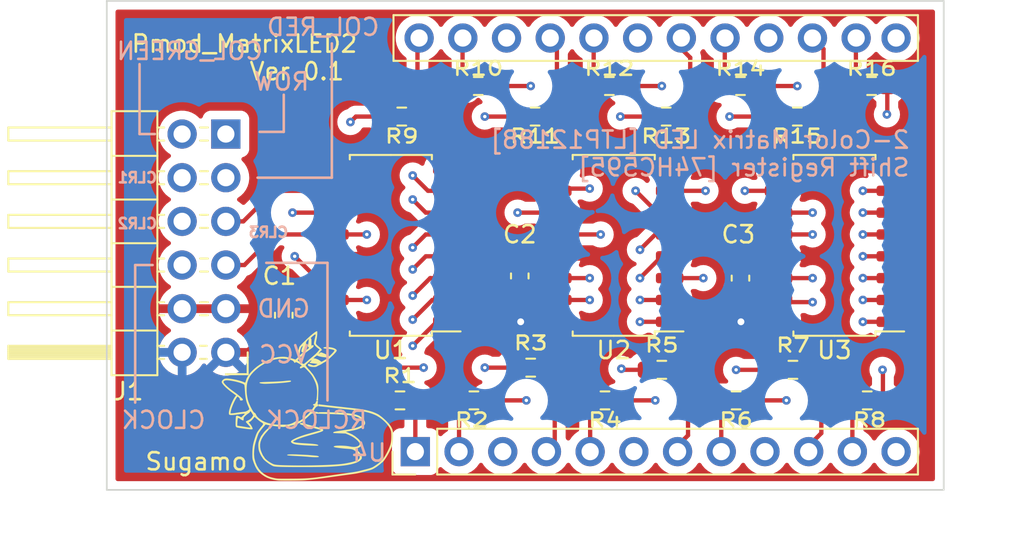
<source format=kicad_pcb>
(kicad_pcb (version 20211014) (generator pcbnew)
  (layers (0 "F.Cu" signal) (1 "In1.Cu" signal) (2 "In2.Cu" signal) (3 "In3.Cu" signal) (4 "In4.Cu" signal) (31 "B.Cu" signal) (34 "B.Paste" user) (35 "F.Paste" user) (36 "B.SilkS" user "B.Silkscreen") (37 "F.SilkS" user "F.Silkscreen") (38 "B.Mask" user) (39 "F.Mask" user) (44 "Edge.Cuts" user))
  (net 0 "")
  (net 1 "GND")
  (net 2 "VCC")
  (net 3 "/SER_Row")
  (net 4 "Net-(J1-Pad2)")
  (net 5 "Net-(J1-Pad4)")
  (net 6 "Net-(J1-Pad5)")
  (net 7 "Net-(J1-Pad6)")
  (net 8 "/SER_Red")
  (net 9 "Net-(R1-Pad1)")
  (net 10 "/COL5G")
  (net 11 "Net-(R2-Pad1)")
  (net 12 "/COL5R")
  (net 13 "Net-(R3-Pad1)")
  (net 14 "/COL6G")
  (net 15 "Net-(R4-Pad1)")
  (net 16 "/COL6R")
  (net 17 "Net-(R5-Pad1)")
  (net 18 "/COL7G")
  (net 19 "Net-(R6-Pad1)")
  (net 20 "/COL7R")
  (net 21 "Net-(R7-Pad1)")
  (net 22 "/COL8G")
  (net 23 "Net-(R8-Pad1)")
  (net 24 "/COL8R")
  (net 25 "/COL1G")
  (net 26 "Net-(R9-Pad2)")
  (net 27 "/COL1R")
  (net 28 "Net-(R10-Pad2)")
  (net 29 "/COL2G")
  (net 30 "Net-(R11-Pad2)")
  (net 31 "/COL2R")
  (net 32 "Net-(R12-Pad2)")
  (net 33 "/COL3G")
  (net 34 "Net-(R13-Pad2)")
  (net 35 "/COL3R")
  (net 36 "Net-(R14-Pad2)")
  (net 37 "/COL4G")
  (net 38 "Net-(R15-Pad2)")
  (net 39 "/COL4R")
  (net 40 "Net-(R16-Pad2)")
  (net 41 "/ROW2")
  (net 42 "/ROW3")
  (net 43 "/ROW4")
  (net 44 "/ROW5")
  (net 45 "/ROW6")
  (net 46 "/ROW7")
  (net 47 "/ROW8")
  (net 49 "/ROW1")
  (net 52 "/RCLK")
  (net 53 "/CLK")
  (footprint "Resistor_SMD:R_0603_1608Metric_Pad0.98x0.95mm_HandSolder" (layer "F.Cu") (at 129.54 90.551)
    (fp_text reference "R12" (at 0 -1.016) (layer "F.SilkS") (effects (font (size 0.8 1))))
    (fp_text value "22" hide)
    (pad "1" smd roundrect (at -0.9125 0) (size 0.975 0.95) (layers "F.Cu" "F.Paste" "F.Mask") (net 31 "/COL2R"))
    (pad "2" smd roundrect (at 0.9125 0) (size 0.975 0.95) (layers "F.Cu" "F.Paste" "F.Mask") (net 32 "Net-(R12-Pad2)"))
  )
  (footprint "Resistor_SMD:R_0603_1608Metric_Pad0.98x0.95mm_HandSolder" (layer "F.Cu") (at 136.906 108.839 180)
    (fp_text reference "R6" (at 0 -1.143) (layer "F.SilkS") (effects (font (size 0.8 1))))
    (fp_text value "22" hide)
    (pad "1" smd roundrect (at -0.9125 0 180) (size 0.975 0.95) (layers "F.Cu" "F.Paste" "F.Mask") (net 19 "Net-(R6-Pad1)"))
    (pad "2" smd roundrect (at 0.9125 0 180) (size 0.975 0.95) (layers "F.Cu" "F.Paste" "F.Mask") (net 20 "/COL7R"))
  )
  (footprint "Package_SO:SOP-16_4.55x10.3mm_P1.27mm" (layer "F.Cu") (at 116.84 99.822 180)
    (fp_text reference "U1" (at 0 -6.1) (layer "F.SilkS"))
    (fp_text value "74HC595")
    (pad "1" smd roundrect (at -3.25 -4.445 180) (size 1.6 0.6) (layers "F.Cu" "F.Paste" "F.Mask") (net 41 "/ROW2"))
    (pad "2" smd roundrect (at -3.25 -3.175 180) (size 1.6 0.6) (layers "F.Cu" "F.Paste" "F.Mask") (net 42 "/ROW3"))
    (pad "3" smd roundrect (at -3.25 -1.905 180) (size 1.6 0.6) (layers "F.Cu" "F.Paste" "F.Mask") (net 43 "/ROW4"))
    (pad "4" smd roundrect (at -3.25 -0.635 180) (size 1.6 0.6) (layers "F.Cu" "F.Paste" "F.Mask") (net 44 "/ROW5"))
    (pad "5" smd roundrect (at -3.25 0.635 180) (size 1.6 0.6) (layers "F.Cu" "F.Paste" "F.Mask") (net 45 "/ROW6"))
    (pad "6" smd roundrect (at -3.25 1.905 180) (size 1.6 0.6) (layers "F.Cu" "F.Paste" "F.Mask") (net 46 "/ROW7"))
    (pad "7" smd roundrect (at -3.25 3.175 180) (size 1.6 0.6) (layers "F.Cu" "F.Paste" "F.Mask") (net 47 "/ROW8"))
    (pad "8" smd roundrect (at -3.25 4.445 180) (size 1.6 0.6) (layers "F.Cu" "F.Paste" "F.Mask") (net 1 "GND"))
    (pad "9" smd roundrect (at 3.25 4.445 180) (size 1.6 0.6) (layers "F.Cu" "F.Paste" "F.Mask"))
    (pad "10" smd roundrect (at 3.25 3.175 180) (size 1.6 0.6) (layers "F.Cu" "F.Paste" "F.Mask") (net 6 "Net-(J1-Pad5)"))
    (pad "11" smd roundrect (at 3.25 1.905 180) (size 1.6 0.6) (layers "F.Cu" "F.Paste" "F.Mask") (net 53 "/CLK"))
    (pad "12" smd roundrect (at 3.25 0.635 180) (size 1.6 0.6) (layers "F.Cu" "F.Paste" "F.Mask") (net 52 "/RCLK"))
    (pad "13" smd roundrect (at 3.25 -0.635 180) (size 1.6 0.6) (layers "F.Cu" "F.Paste" "F.Mask") (net 1 "GND"))
    (pad "14" smd roundrect (at 3.25 -1.905 180) (size 1.6 0.6) (layers "F.Cu" "F.Paste" "F.Mask") (net 3 "/SER_Row"))
    (pad "15" smd roundrect (at 3.25 -3.175 180) (size 1.6 0.6) (layers "F.Cu" "F.Paste" "F.Mask") (net 49 "/ROW1"))
    (pad "16" smd roundrect (at 3.25 -4.445 180) (size 1.6 0.6) (layers "F.Cu" "F.Paste" "F.Mask") (net 2 "VCC"))
  )
  (footprint "Library:LTP12188" (layer "F.Cu") (at 118.2635 111.76 90)
    (fp_text reference "U4" (at -0.127 -2.6935 180) (layer "B.SilkS") (effects (justify mirror)))
    (fp_text value "LTP12188M")
    (pad "1" thru_hole rect (at -0.06 0 90) (size 1.7 1.7) (drill 1) (layers *.Mask "F.Cu" "In1.Cu" "B.Cu") (net 10 "/COL5G"))
    (pad "2" thru_hole oval (at -0.06 2.54 90) (size 1.7 1.7) (drill 1) (layers *.Mask "F.Cu" "In1.Cu" "B.Cu") (net 12 "/COL5R"))
    (pad "3" thru_hole oval (at -0.06 5.08 90) (size 1.7 1.7) (drill 1) (layers *.Mask "F.Cu" "In1.Cu" "B.Cu") (net 44 "/ROW5"))
    (pad "4" thru_hole oval (at -0.06 7.62 90) (size 1.7 1.7) (drill 1) (layers *.Mask "F.Cu" "In1.Cu" "B.Cu") (net 14 "/COL6G"))
    (pad "5" thru_hole oval (at -0.06 10.16 90) (size 1.7 1.7) (drill 1) (layers *.Mask "F.Cu" "In1.Cu" "B.Cu") (net 16 "/COL6R"))
    (pad "6" thru_hole oval (at -0.06 12.7 90) (size 1.7 1.7) (drill 1) (layers *.Mask "F.Cu" "In1.Cu" "B.Cu") (net 45 "/ROW6"))
    (pad "7" thru_hole oval (at -0.06 15.24 90) (size 1.7 1.7) (drill 1) (layers *.Mask "F.Cu" "In1.Cu" "B.Cu") (net 18 "/COL7G"))
    (pad "8" thru_hole oval (at -0.06 17.78 90) (size 1.7 1.7) (drill 1) (layers *.Mask "F.Cu" "In1.Cu" "B.Cu") (net 20 "/COL7R"))
    (pad "9" thru_hole oval (at -0.06 20.32 90) (size 1.7 1.7) (drill 1) (layers *.Mask "F.Cu" "In1.Cu" "B.Cu") (net 46 "/ROW7"))
    (pad "10" thru_hole oval (at -0.06 22.86 90) (size 1.7 1.7) (drill 1) (layers *.Mask "F.Cu" "In1.Cu" "B.Cu") (net 22 "/COL8G"))
    (pad "11" thru_hole oval (at -0.06 25.4 90) (size 1.7 1.7) (drill 1) (layers *.Mask "F.Cu" "In1.Cu" "B.Cu") (net 24 "/COL8R"))
    (pad "12" thru_hole oval (at -0.06 27.94 90) (size 1.7 1.7) (drill 1) (layers *.Cu *.Mask) (net 47 "/ROW8"))
    (pad "13" thru_hole oval (at 24 27.94 90) (size 1.7 1.7) (drill 1) (layers *.Cu *.Mask) (net 43 "/ROW4"))
    (pad "14" thru_hole oval (at 24 25.62 90) (size 1.7 1.7) (drill 1) (layers *.Cu *.Mask) (net 39 "/COL4R"))
    (pad "15" thru_hole oval (at 24 23.08 90) (size 1.7 1.7) (drill 1) (layers *.Cu *.Mask) (net 37 "/COL4G"))
    (pad "16" thru_hole oval (at 24 20.54 90) (size 1.7 1.7) (drill 1) (layers *.Cu *.Mask) (net 42 "/ROW3"))
    (pad "17" thru_hole oval (at 24 18 90) (size 1.7 1.7) (drill 1) (layers *.Cu *.Mask) (net 35 "/COL3R"))
    (pad "18" thru_hole oval (at 24 15.46 90) (size 1.7 1.7) (drill 1) (layers *.Cu *.Mask) (net 33 "/COL3G"))
    (pad "19" thru_hole oval (at 24 12.92 90) (size 1.7 1.7) (drill 1) (layers *.Cu *.Mask) (net 41 "/ROW2"))
    (pad "20" thru_hole oval (at 24 10.38 90) (size 1.7 1.7) (drill 1) (layers *.Cu *.Mask) (net 31 "/COL2R"))
    (pad "21" thru_hole oval (at 24 7.84 90) (size 1.7 1.7) (drill 1) (layers *.Cu *.Mask) (net 29 "/COL2G"))
    (pad "22" thru_hole oval (at 24 5.3 90) (size 1.7 1.7) (drill 1) (layers *.Cu *.Mask) (net 49 "/ROW1"))
    (pad "23" thru_hole oval (at 24 2.76 90) (size 1.7 1.7) (drill 1) (layers *.Cu *.Mask) (net 27 "/COL1R"))
    (pad "24" thru_hole circle (at 24 0.22 90) (size 1.7 1.7) (drill 1) (layers *.Cu *.Mask) (net 25 "/COL1G"))
  )
  (footprint "Library:logo_kamo_ss" (layer "F.Cu") (at 111.887 109.22)
    (fp_text reference "G***" hide)
    (fp_text value "LOGO" hide)
  )
  (footprint "Resistor_SMD:R_0603_1608Metric_Pad0.98x0.95mm_HandSolder" (layer "F.Cu") (at 132.588 107.061)
    (fp_text reference "R5" (at 0 -1.43) (layer "F.SilkS") (effects (font (size 0.8 1))))
    (fp_text value "22" hide)
    (pad "1" smd roundrect (at -0.9125 0) (size 0.975 0.95) (layers "F.Cu" "F.Paste" "F.Mask") (net 17 "Net-(R5-Pad1)"))
    (pad "2" smd roundrect (at 0.9125 0) (size 0.975 0.95) (layers "F.Cu" "F.Paste" "F.Mask") (net 18 "/COL7G"))
  )
  (footprint "Resistor_SMD:R_0603_1608Metric_Pad0.98x0.95mm_HandSolder" (layer "F.Cu") (at 121.92 90.551)
    (fp_text reference "R10" (at 0 -1.016) (layer "F.SilkS") (effects (font (size 0.8 1))))
    (fp_text value "22" hide)
    (pad "1" smd roundrect (at -0.9125 0) (size 0.975 0.95) (layers "F.Cu" "F.Paste" "F.Mask") (net 27 "/COL1R"))
    (pad "2" smd roundrect (at 0.9125 0) (size 0.975 0.95) (layers "F.Cu" "F.Paste" "F.Mask") (net 28 "Net-(R10-Pad2)"))
  )
  (footprint "Resistor_SMD:R_0603_1608Metric_Pad0.98x0.95mm_HandSolder" (layer "F.Cu") (at 137.16 90.551)
    (fp_text reference "R14" (at 0 -1.016) (layer "F.SilkS") (effects (font (size 0.8 1))))
    (fp_text value "22" hide)
    (pad "1" smd roundrect (at -0.9125 0) (size 0.975 0.95) (layers "F.Cu" "F.Paste" "F.Mask") (net 35 "/COL3R"))
    (pad "2" smd roundrect (at 0.9125 0) (size 0.975 0.95) (layers "F.Cu" "F.Paste" "F.Mask") (net 36 "Net-(R14-Pad2)"))
  )
  (footprint "Resistor_SMD:R_0603_1608Metric_Pad0.98x0.95mm_HandSolder" (layer "F.Cu") (at 129.286 108.839 180)
    (fp_text reference "R4" (at 0 -1.143) (layer "F.SilkS") (effects (font (size 0.8 1))))
    (fp_text value "22" hide)
    (pad "1" smd roundrect (at -0.9125 0 180) (size 0.975 0.95) (layers "F.Cu" "F.Paste" "F.Mask") (net 15 "Net-(R4-Pad1)"))
    (pad "2" smd roundrect (at 0.9125 0 180) (size 0.975 0.95) (layers "F.Cu" "F.Paste" "F.Mask") (net 16 "/COL6R"))
  )
  (footprint "Capacitor_SMD:C_0603_1608Metric_Pad1.08x0.95mm_HandSolder" (layer "F.Cu") (at 110.617 103.886 -90)
    (fp_text reference "C1" (at -2.286 0.254) (layer "F.SilkS"))
    (fp_text value "C")
    (pad "1" smd roundrect (at -0.8625 0 270) (size 1.075 0.95) (layers "F.Cu" "F.Paste" "F.Mask") (net 1 "GND"))
    (pad "2" smd roundrect (at 0.8625 0 270) (size 1.075 0.95) (layers "F.Cu" "F.Paste" "F.Mask") (net 2 "VCC"))
  )
  (footprint "Resistor_SMD:R_0603_1608Metric_Pad0.98x0.95mm_HandSolder" (layer "F.Cu") (at 117.3715 108.839)
    (fp_text reference "R1" (at 0 -1.43) (layer "F.SilkS") (effects (font (size 0.8 1))))
    (fp_text value "22" hide)
    (pad "1" smd roundrect (at -0.9125 0) (size 0.975 0.95) (layers "F.Cu" "F.Paste" "F.Mask") (net 9 "Net-(R1-Pad1)"))
    (pad "2" smd roundrect (at 0.9125 0) (size 0.975 0.95) (layers "F.Cu" "F.Paste" "F.Mask") (net 10 "/COL5G"))
  )
  (footprint "Package_SO:SOP-16_4.55x10.3mm_P1.27mm" (layer "F.Cu") (at 142.621 99.822 180)
    (fp_text reference "U3" (at 0 -6.1) (layer "F.SilkS"))
    (fp_text value "74HC595")
    (pad "1" smd roundrect (at -3.25 -4.445 180) (size 1.6 0.6) (layers "F.Cu" "F.Paste" "F.Mask") (net 32 "Net-(R12-Pad2)"))
    (pad "2" smd roundrect (at -3.25 -3.175 180) (size 1.6 0.6) (layers "F.Cu" "F.Paste" "F.Mask") (net 36 "Net-(R14-Pad2)"))
    (pad "3" smd roundrect (at -3.25 -1.905 180) (size 1.6 0.6) (layers "F.Cu" "F.Paste" "F.Mask") (net 40 "Net-(R16-Pad2)"))
    (pad "4" smd roundrect (at -3.25 -0.635 180) (size 1.6 0.6) (layers "F.Cu" "F.Paste" "F.Mask") (net 11 "Net-(R2-Pad1)"))
    (pad "5" smd roundrect (at -3.25 0.635 180) (size 1.6 0.6) (layers "F.Cu" "F.Paste" "F.Mask") (net 15 "Net-(R4-Pad1)"))
    (pad "6" smd roundrect (at -3.25 1.905 180) (size 1.6 0.6) (layers "F.Cu" "F.Paste" "F.Mask") (net 19 "Net-(R6-Pad1)"))
    (pad "7" smd roundrect (at -3.25 3.175 180) (size 1.6 0.6) (layers "F.Cu" "F.Paste" "F.Mask") (net 23 "Net-(R8-Pad1)"))
    (pad "8" smd roundrect (at -3.25 4.445 180) (size 1.6 0.6) (layers "F.Cu" "F.Paste" "F.Mask") (net 1 "GND"))
    (pad "9" smd roundrect (at 3.25 4.445 180) (size 1.6 0.6) (layers "F.Cu" "F.Paste" "F.Mask"))
    (pad "10" smd roundrect (at 3.25 3.175 180) (size 1.6 0.6) (layers "F.Cu" "F.Paste" "F.Mask") (net 7 "Net-(J1-Pad6)"))
    (pad "11" smd roundrect (at 3.25 1.905 180) (size 1.6 0.6) (layers "F.Cu" "F.Paste" "F.Mask") (net 53 "/CLK"))
    (pad "12" smd roundrect (at 3.25 0.635 180) (size 1.6 0.6) (layers "F.Cu" "F.Paste" "F.Mask") (net 52 "/RCLK"))
    (pad "13" smd roundrect (at 3.25 -0.635 180) (size 1.6 0.6) (layers "F.Cu" "F.Paste" "F.Mask") (net 1 "GND"))
    (pad "14" smd roundrect (at 3.25 -1.905 180) (size 1.6 0.6) (layers "F.Cu" "F.Paste" "F.Mask") (net 8 "/SER_Red"))
    (pad "15" smd roundrect (at 3.25 -3.175 180) (size 1.6 0.6) (layers "F.Cu" "F.Paste" "F.Mask") (net 28 "Net-(R10-Pad2)"))
    (pad "16" smd roundrect (at 3.25 -4.445 180) (size 1.6 0.6) (layers "F.Cu" "F.Paste" "F.Mask") (net 2 "VCC"))
  )
  (footprint "Connector_PinHeader_2.54mm:PinHeader_2x06_P2.54mm_Horizontal" (layer "F.Cu") (at 107.25 106.045 180)
    (fp_text reference "J1" (at 5.655 -2.27) (layer "F.SilkS"))
    (fp_text value "pmod")
    (pad "1" thru_hole rect (at 0 12.7 180) (size 1.7 1.7) (drill 1) (layers *.Cu *.Mask) (net 3 "/SER_Row"))
    (pad "2" thru_hole oval (at 2.54 12.7 180) (size 1.7 1.7) (drill 1) (layers *.Cu *.Mask) (net 4 "Net-(J1-Pad2)"))
    (pad "3" thru_hole oval (at 0 10.16 180) (size 1.7 1.7) (drill 1) (layers *.Cu *.Mask) (net 8 "/SER_Red"))
    (pad "4" thru_hole oval (at 2.54 10.16 180) (size 1.7 1.7) (drill 1) (layers *.Cu *.Mask) (net 5 "Net-(J1-Pad4)"))
    (pad "5" thru_hole oval (at 0 7.62 180) (size 1.7 1.7) (drill 1) (layers *.Cu *.Mask) (net 6 "Net-(J1-Pad5)"))
    (pad "6" thru_hole oval (at 2.54 7.62 180) (size 1.7 1.7) (drill 1) (layers *.Cu *.Mask) (net 7 "Net-(J1-Pad6)"))
    (pad "7" thru_hole oval (at 0 5.08 180) (size 1.7 1.7) (drill 1) (layers *.Cu *.Mask) (net 52 "/RCLK"))
    (pad "8" thru_hole oval (at 2.54 5.08 180) (size 1.7 1.7) (drill 1) (layers *.Cu *.Mask) (net 53 "/CLK"))
    (pad "9" thru_hole oval (at 0 2.54 180) (size 1.7 1.7) (drill 1) (layers *.Cu *.Mask) (net 1 "GND"))
    (pad "10" thru_hole oval (at 2.54 2.54 180) (size 1.7 1.7) (drill 1) (layers *.Cu *.Mask) (net 1 "GND"))
    (pad "11" thru_hole circle (at 0 0 180) (size 1.7 1.7) (drill 1) (layers *.Cu *.Mask) (net 2 "VCC"))
    (pad "12" thru_hole oval (at 2.54 0 180) (size 1.7 1.7) (drill 1) (layers *.Cu *.Mask) (net 2 "VCC"))
  )
  (footprint "Resistor_SMD:R_0603_1608Metric_Pad0.98x0.95mm_HandSolder" (layer "F.Cu") (at 125.222 92.329 180)
    (fp_text reference "R11" (at 0 -1.143) (layer "F.SilkS") (effects (font (size 0.8 1))))
    (fp_text value "22" hide)
    (pad "1" smd roundrect (at -0.9125 0 180) (size 0.975 0.95) (layers "F.Cu" "F.Paste" "F.Mask") (net 29 "/COL2G"))
    (pad "2" smd roundrect (at 0.9125 0 180) (size 0.975 0.95) (layers "F.Cu" "F.Paste" "F.Mask") (net 30 "Net-(R11-Pad2)"))
  )
  (footprint "Package_SO:SOP-16_4.55x10.3mm_P1.27mm" (layer "F.Cu") (at 129.794 99.822 180)
    (fp_text reference "U2" (at 0 -6.1) (layer "F.SilkS"))
    (fp_text value "74HC595")
    (pad "1" smd roundrect (at -3.25 -4.445 180) (size 1.6 0.6) (layers "F.Cu" "F.Paste" "F.Mask") (net 30 "Net-(R11-Pad2)"))
    (pad "2" smd roundrect (at -3.25 -3.175 180) (size 1.6 0.6) (layers "F.Cu" "F.Paste" "F.Mask") (net 34 "Net-(R13-Pad2)"))
    (pad "3" smd roundrect (at -3.25 -1.905 180) (size 1.6 0.6) (layers "F.Cu" "F.Paste" "F.Mask") (net 38 "Net-(R15-Pad2)"))
    (pad "4" smd roundrect (at -3.25 -0.635 180) (size 1.6 0.6) (layers "F.Cu" "F.Paste" "F.Mask") (net 9 "Net-(R1-Pad1)"))
    (pad "5" smd roundrect (at -3.25 0.635 180) (size 1.6 0.6) (layers "F.Cu" "F.Paste" "F.Mask") (net 13 "Net-(R3-Pad1)"))
    (pad "6" smd roundrect (at -3.25 1.905 180) (size 1.6 0.6) (layers "F.Cu" "F.Paste" "F.Mask") (net 17 "Net-(R5-Pad1)"))
    (pad "7" smd roundrect (at -3.25 3.175 180) (size 1.6 0.6) (layers "F.Cu" "F.Paste" "F.Mask") (net 21 "Net-(R7-Pad1)"))
    (pad "8" smd roundrect (at -3.25 4.445 180) (size 1.6 0.6) (layers "F.Cu" "F.Paste" "F.Mask") (net 1 "GND"))
    (pad "9" smd roundrect (at 3.25 4.445 180) (size 1.6 0.6) (layers "F.Cu" "F.Paste" "F.Mask"))
    (pad "10" smd roundrect (at 3.25 3.175 180) (size 1.6 0.6) (layers "F.Cu" "F.Paste" "F.Mask") (net 5 "Net-(J1-Pad4)"))
    (pad "11" smd roundrect (at 3.25 1.905 180) (size 1.6 0.6) (layers "F.Cu" "F.Paste" "F.Mask") (net 53 "/CLK"))
    (pad "12" smd roundrect (at 3.25 0.635 180) (size 1.6 0.6) (layers "F.Cu" "F.Paste" "F.Mask") (net 52 "/RCLK"))
    (pad "13" smd roundrect (at 3.25 -0.635 180) (size 1.6 0.6) (layers "F.Cu" "F.Paste" "F.Mask") (net 1 "GND"))
    (pad "14" smd roundrect (at 3.25 -1.905 180) (size 1.6 0.6) (layers "F.Cu" "F.Paste" "F.Mask") (net 4 "Net-(J1-Pad2)"))
    (pad "15" smd roundrect (at 3.25 -3.175 180) (size 1.6 0.6) (layers "F.Cu" "F.Paste" "F.Mask") (net 26 "Net-(R9-Pad2)"))
    (pad "16" smd roundrect (at 3.25 -4.445 180) (size 1.6 0.6) (layers "F.Cu" "F.Paste" "F.Mask") (net 2 "VCC"))
  )
  (footprint "Resistor_SMD:R_0603_1608Metric_Pad0.98x0.95mm_HandSolder" (layer "F.Cu") (at 117.475 92.329 180)
    (fp_text reference "R9" (at 0 -1.143) (layer "F.SilkS") (effects (font (size 0.8 1))))
    (fp_text value "22" hide)
    (pad "1" smd roundrect (at -0.9125 0 180) (size 0.975 0.95) (layers "F.Cu" "F.Paste" "F.Mask") (net 25 "/COL1G"))
    (pad "2" smd roundrect (at 0.9125 0 180) (size 0.975 0.95) (layers "F.Cu" "F.Paste" "F.Mask") (net 26 "Net-(R9-Pad2)"))
  )
  (footprint "Resistor_SMD:R_0603_1608Metric_Pad0.98x0.95mm_HandSolder" (layer "F.Cu") (at 124.968 106.934)
    (fp_text reference "R3" (at 0 -1.43) (layer "F.SilkS") (effects (font (size 0.8 1))))
    (fp_text value "22" hide)
    (pad "1" smd roundrect (at -0.9125 0) (size 0.975 0.95) (layers "F.Cu" "F.Paste" "F.Mask") (net 13 "Net-(R3-Pad1)"))
    (pad "2" smd roundrect (at 0.9125 0) (size 0.975 0.95) (layers "F.Cu" "F.Paste" "F.Mask") (net 14 "/COL6G"))
  )
  (footprint "Resistor_SMD:R_0603_1608Metric_Pad0.98x0.95mm_HandSolder" (layer "F.Cu") (at 140.462 92.329 180)
    (fp_text reference "R15" (at 0 -1.143) (layer "F.SilkS") (effects (font (size 0.8 1))))
    (fp_text value "22" hide)
    (pad "1" smd roundrect (at -0.9125 0 180) (size 0.975 0.95) (layers "F.Cu" "F.Paste" "F.Mask") (net 37 "/COL4G"))
    (pad "2" smd roundrect (at 0.9125 0 180) (size 0.975 0.95) (layers "F.Cu" "F.Paste" "F.Mask") (net 38 "Net-(R15-Pad2)"))
  )
  (footprint "Resistor_SMD:R_0603_1608Metric_Pad0.98x0.95mm_HandSolder" (layer "F.Cu") (at 132.842 92.329 180)
    (fp_text reference "R13" (at 0 -1.143) (layer "F.SilkS") (effects (font (size 0.8 1))))
    (fp_text value "22" hide)
    (pad "1" smd roundrect (at -0.9125 0 180) (size 0.975 0.95) (layers "F.Cu" "F.Paste" "F.Mask") (net 33 "/COL3G"))
    (pad "2" smd roundrect (at 0.9125 0 180) (size 0.975 0.95) (layers "F.Cu" "F.Paste" "F.Mask") (net 34 "Net-(R13-Pad2)"))
  )
  (footprint "Resistor_SMD:R_0603_1608Metric_Pad0.98x0.95mm_HandSolder" (layer "F.Cu") (at 140.208 107.061)
    (fp_text reference "R7" (at 0 -1.43) (layer "F.SilkS") (effects (font (size 0.8 1))))
    (fp_text value "22" hide)
    (pad "1" smd roundrect (at -0.9125 0) (size 0.975 0.95) (layers "F.Cu" "F.Paste" "F.Mask") (net 21 "Net-(R7-Pad1)"))
    (pad "2" smd roundrect (at 0.9125 0) (size 0.975 0.95) (layers "F.Cu" "F.Paste" "F.Mask") (net 22 "/COL8G"))
  )
  (footprint "Capacitor_SMD:C_0603_1608Metric_Pad1.08x0.95mm_HandSolder" (layer "F.Cu") (at 137.16 101.727 -90)
    (fp_text reference "C3" (at -2.54 0.127 180) (layer "F.SilkS"))
    (fp_text value "C")
    (pad "1" smd roundrect (at -0.8625 0 270) (size 1.075 0.95) (layers "F.Cu" "F.Paste" "F.Mask") (net 1 "GND"))
    (pad "2" smd roundrect (at 0.8625 0 270) (size 1.075 0.95) (layers "F.Cu" "F.Paste" "F.Mask") (net 2 "VCC"))
  )
  (footprint "Resistor_SMD:R_0603_1608Metric_Pad0.98x0.95mm_HandSolder" (layer "F.Cu") (at 121.666 108.839 180)
    (fp_text reference "R2" (at 0.127 -1.143) (layer "F.SilkS") (effects (font (size 0.8 1))))
    (fp_text value "22" hide)
    (pad "1" smd roundrect (at -0.9125 0 180) (size 0.975 0.95) (layers "F.Cu" "F.Paste" "F.Mask") (net 11 "Net-(R2-Pad1)"))
    (pad "2" smd roundrect (at 0.9125 0 180) (size 0.975 0.95) (layers "F.Cu" "F.Paste" "F.Mask") (net 12 "/COL5R"))
  )
  (footprint "Resistor_SMD:R_0603_1608Metric_Pad0.98x0.95mm_HandSolder" (layer "F.Cu") (at 144.78 90.551)
    (fp_text reference "R16" (at 0 -1.016) (layer "F.SilkS") (effects (font (size 0.8 1))))
    (fp_text value "22" hide)
    (pad "1" smd roundrect (at -0.9125 0) (size 0.975 0.95) (layers "F.Cu" "F.Paste" "F.Mask") (net 39 "/COL4R"))
    (pad "2" smd roundrect (at 0.9125 0) (size 0.975 0.95) (layers "F.Cu" "F.Paste" "F.Mask") (net 40 "Net-(R16-Pad2)"))
  )
  (footprint "Resistor_SMD:R_0603_1608Metric_Pad0.98x0.95mm_HandSolder" (layer "F.Cu") (at 144.526 108.839 180)
    (fp_text reference "R8" (at -0.127 -1.143) (layer "F.SilkS") (effects (font (size 0.8 1))))
    (fp_text value "22" hide)
    (pad "1" smd roundrect (at -0.9125 0 180) (size 0.975 0.95) (layers "F.Cu" "F.Paste" "F.Mask") (net 23 "Net-(R8-Pad1)"))
    (pad "2" smd roundrect (at 0.9125 0 180) (size 0.975 0.95) (layers "F.Cu" "F.Paste" "F.Mask") (net 24 "/COL8R"))
  )
  (footprint "Capacitor_SMD:C_0603_1608Metric_Pad1.08x0.95mm_HandSolder" (layer "F.Cu") (at 124.333 101.6 -90)
    (fp_text reference "C2" (at -2.413 0 180) (layer "F.SilkS"))
    (fp_text value "C")
    (pad "1" smd roundrect (at -0.8625 0 270) (size 1.075 0.95) (layers "F.Cu" "F.Paste" "F.Mask") (net 1 "GND"))
    (pad "2" smd roundrect (at 0.8625 0 270) (size 1.075 0.95) (layers "F.Cu" "F.Paste" "F.Mask") (net 2 "VCC"))
  )
  (gr_line (start 102.235 89.281) (end 102.235 93.345) (layer "B.SilkS") (width 0.15))
  (gr_line (start 109.601 100.838) (end 113.157 100.838) (layer "B.SilkS") (width 0.15))
  (gr_line (start 101.981 108.966) (end 101.981 100.965) (layer "B.SilkS") (width 0.15))
  (gr_line (start 109.22 93.218) (end 110.617 93.218) (layer "B.SilkS") (width 0.15))
  (gr_line (start 102.235 93.345) (end 103.124 93.345) (layer "B.SilkS") (width 0.15))
  (gr_line (start 113.157 100.838) (end 113.157 108.839) (layer "B.SilkS") (width 0.15))
  (gr_line (start 113.411 95.885) (end 109.093 95.885) (layer "B.SilkS") (width 0.15))
  (gr_line (start 110.617 93.218) (end 110.617 91.059) (layer "B.SilkS") (width 0.15))
  (gr_line (start 113.411 88.0745) (end 113.411 95.885) (layer "B.SilkS") (width 0.15))
  (gr_line (start 101.981 100.965) (end 102.997 100.965) (layer "B.SilkS") (width 0.15))
  (gr_rect (start 100.33 85.598) (end 148.971 114.046) (layer "Edge.Cuts") (width 0.1) (fill none))
  (gr_text "COL_GREEN" (at 105.156 88.519) (layer "B.SilkS") (effects (font (size 1 1)) (justify mirror)))
  (gr_text "ROW" (at 110.49 90.297) (layer "B.SilkS") (effects (font (size 1 1)) (justify mirror)))
  (gr_text "GND" (at 110.617 103.505) (layer "B.SilkS") (effects (font (size 1 1)) (justify mirror)))
  (gr_text "CLR1" (at 102.108 95.885) (layer "B.SilkS") (effects (font (size 0.6 0.6)) (justify mirror)))
  (gr_text "2-Color Matrix LED [LTP12188]\nShift Register [74HC595]" (at 147.066 94.488) (layer "B.SilkS") (effects (font (size 1 1)) (justify left mirror)))
  (gr_text "RCLOCK" (at 112.522 109.982) (layer "B.SilkS") (effects (font (size 1 1)) (justify mirror)))
  (gr_text "VCC" (at 110.617 106.172) (layer "B.SilkS") (effects (font (size 1 1)) (justify mirror)))
  (gr_text "CLOCK" (at 103.632 109.982) (layer "B.SilkS") (effects (font (size 1 1)) (justify mirror)))
  (gr_text "COL_RED" (at 112.903 87.122) (layer "B.SilkS") (effects (font (size 1 1)) (justify mirror)))
  (gr_text "CLR2" (at 102.108 98.552) (layer "B.SilkS") (effects (font (size 0.6 0.6)) (justify mirror)))
  (gr_text "CLR3" (at 109.728 99.06) (layer "B.SilkS") (effects (font (size 0.6 0.6)) (justify mirror)))
  (gr_text "Sugamo" (at 105.537 112.395) (layer "F.SilkS") (effects (font (size 1 1))))
  (gr_text "Pmod_MatrixLED2\n        Ver 0.1" (at 108.331 88.9) (layer "F.SilkS") (effects (font (size 1 1))))
  (segment (start 124.386 104.267) (end 124.333 104.214) (width 0.25) (layer "F.Cu") (net 2))
  (segment (start 137.1865 104.267) (end 137.1865 102.616) (width 0.25) (layer "F.Cu") (net 2))
  (segment (start 139.371 104.267) (end 137.1865 104.267) (width 0.5) (layer "F.Cu") (net 2))
  (segment (start 126.544 104.267) (end 124.386 104.267) (width 0.5) (layer "F.Cu") (net 2))
  (segment (start 110.617 104.7485) (end 113.1085 104.7485) (width 0.5) (layer "F.Cu") (net 2))
  (segment (start 137.1865 102.616) (end 137.16 102.5895) (width 0.25) (layer "F.Cu") (net 2))
  (segment (start 113.1085 104.7485) (end 113.59 104.267) (width 0.5) (layer "F.Cu") (net 2))
  (segment (start 109.8815 104.7485) (end 110.617 104.7485) (width 0.5) (layer "F.Cu") (net 2))
  (segment (start 107.25 106.045) (end 108.585 106.045) (width 0.5) (layer "F.Cu") (net 2))
  (segment (start 108.585 106.045) (end 109.5745 105.0555) (width 0.5) (layer "F.Cu") (net 2))
  (segment (start 109.5745 105.0555) (end 109.8815 104.7485) (width 0.5) (layer "F.Cu") (net 2))
  (segment (start 124.333 104.214) (end 124.333 102.4625) (width 0.5) (layer "F.Cu") (net 2))
  (via (at 137.1865 104.267) (size 0.8) (drill 0.4) (layers "F.Cu" "B.Cu") (net 2))
  (via (at 124.386 104.267) (size 0.8) (drill 0.4) (layers "F.Cu" "B.Cu") (net 2))
  (segment (start 112.522 101.727) (end 113.59 101.727) (width 0.25) (layer "F.Cu") (net 3))
  (segment (start 111.252 100.457) (end 112.522 101.727) (width 0.25) (layer "F.Cu") (net 3))
  (via (at 111.252 100.457) (size 0.5) (drill 0.2) (layers "F.Cu" "B.Cu") (net 3))
  (segment (start 126.544 101.727) (end 128.397 101.727) (width 0.25) (layer "F.Cu") (net 4))
  (via (at 128.397 101.727) (size 0.5) (drill 0.2) (layers "F.Cu" "B.Cu") (net 4))
  (segment (start 128.397 96.52) (end 126.671 96.52) (width 0.25) (layer "F.Cu") (net 5))
  (segment (start 126.671 96.52) (end 126.544 96.647) (width 0.25) (layer "F.Cu") (net 5))
  (via (at 128.397 96.52) (size 0.5) (drill 0.2) (layers "F.Cu" "B.Cu") (net 5))
  (segment (start 108.2675 98.425) (end 107.25 98.425) (width 0.25) (layer "F.Cu") (net 6))
  (segment (start 113.59 96.647) (end 110.0455 96.647) (width 0.25) (layer "F.Cu") (net 6))
  (segment (start 110.0455 96.647) (end 108.2675 98.425) (width 0.25) (layer "F.Cu") (net 6))
  (segment (start 137.414 96.647) (end 139.371 96.647) (width 0.25) (layer "F.Cu") (net 7))
  (via (at 137.414 96.647) (size 0.5) (drill 0.2) (layers "F.Cu" "B.Cu") (net 7))
  (segment (start 141.351 101.727) (end 139.371 101.727) (width 0.25) (layer "F.Cu") (net 8))
  (via (at 141.351 101.727) (size 0.5) (drill 0.2) (layers "F.Cu" "B.Cu") (net 8))
  (segment (start 132.588 100.457) (end 133.044 100.457) (width 0.25) (layer "F.Cu") (net 9))
  (segment (start 116.459 107.823) (end 117.221 107.061) (width 0.25) (layer "F.Cu") (net 9))
  (segment (start 117.221 107.061) (end 117.348 106.934) (width 0.25) (layer "F.Cu") (net 9))
  (segment (start 131.318 101.727) (end 132.588 100.457) (width 0.25) (layer "F.Cu") (net 9))
  (segment (start 116.459 108.839) (end 116.459 107.823) (width 0.25) (layer "F.Cu") (net 9))
  (segment (start 117.348 106.934) (end 118.745 106.934) (width 0.25) (layer "F.Cu") (net 9))
  (via (at 131.318 101.727) (size 0.5) (drill 0.2) (layers "F.Cu" "B.Cu") (net 9))
  (via (at 118.745 106.934) (size 0.5) (drill 0.2) (layers "F.Cu" "B.Cu") (net 9))
  (segment (start 118.2635 108.8595) (end 118.284 108.839) (width 0.25) (layer "F.Cu") (net 10))
  (segment (start 118.2635 111.82) (end 118.2635 108.8595) (width 0.25) (layer "F.Cu") (net 10))
  (segment (start 144.272 100.457) (end 145.871 100.457) (width 0.25) (layer "F.Cu") (net 11))
  (segment (start 122.5785 108.839) (end 124.714 108.839) (width 0.25) (layer "F.Cu") (net 11))
  (via (at 144.272 100.457) (size 0.5) (drill 0.2) (layers "F.Cu" "B.Cu") (net 11))
  (via (at 124.714 108.839) (size 0.5) (drill 0.2) (layers "F.Cu" "B.Cu") (net 11))
  (segment (start 120.8035 108.889) (end 120.7535 108.839) (width 0.25) (layer "F.Cu") (net 12))
  (segment (start 120.8035 111.82) (end 120.8035 108.889) (width 0.25) (layer "F.Cu") (net 12))
  (segment (start 132.207 99.187) (end 133.044 99.187) (width 0.25) (layer "F.Cu") (net 13))
  (segment (start 124.0555 106.934) (end 122.301 106.934) (width 0.25) (layer "F.Cu") (net 13))
  (segment (start 131.318 100.076) (end 132.207 99.187) (width 0.25) (layer "F.Cu") (net 13))
  (via (at 122.301 106.934) (size 0.5) (drill 0.2) (layers "F.Cu" "B.Cu") (net 13))
  (via (at 131.318 100.076) (size 0.5) (drill 0.2) (layers "F.Cu" "B.Cu") (net 13))
  (segment (start 125.8835 111.82) (end 126.365 111.3385) (width 0.25) (layer "F.Cu") (net 14))
  (segment (start 126.365 107.4185) (end 125.8805 106.934) (width 0.25) (layer "F.Cu") (net 14))
  (segment (start 126.365 111.3385) (end 126.365 107.4185) (width 0.25) (layer "F.Cu") (net 14))
  (segment (start 144.272 99.187) (end 145.871 99.187) (width 0.25) (layer "F.Cu") (net 15))
  (segment (start 130.1985 108.839) (end 132.207 108.839) (width 0.25) (layer "F.Cu") (net 15))
  (via (at 144.272 99.187) (size 0.5) (drill 0.2) (layers "F.Cu" "B.Cu") (net 15))
  (via (at 132.207 108.839) (size 0.5) (drill 0.2) (layers "F.Cu" "B.Cu") (net 15))
  (segment (start 128.4235 111.82) (end 128.4235 108.889) (width 0.25) (layer "F.Cu") (net 16))
  (segment (start 128.4235 108.889) (end 128.3735 108.839) (width 0.25) (layer "F.Cu") (net 16))
  (segment (start 132.334 97.917) (end 133.044 97.917) (width 0.25) (layer "F.Cu") (net 17))
  (segment (start 130.2385 106.9975) (end 130.302 107.061) (width 0.25) (layer "F.Cu") (net 17))
  (segment (start 130.302 107.061) (end 131.6755 107.061) (width 0.25) (layer "F.Cu") (net 17))
  (segment (start 131.064 96.647) (end 132.334 97.917) (width 0.25) (layer "F.Cu") (net 17))
  (via (at 131.064 96.647) (size 0.5) (drill 0.2) (layers "F.Cu" "B.Cu") (net 17))
  (via (at 130.2385 106.9975) (size 0.5) (drill 0.2) (layers "F.Cu" "B.Cu") (net 17))
  (segment (start 133.5035 111.4795) (end 134.112 110.871) (width 0.25) (layer "F.Cu") (net 18))
  (segment (start 133.5035 111.82) (end 133.5035 111.4795) (width 0.25) (layer "F.Cu") (net 18))
  (segment (start 134.112 107.6725) (end 133.5005 107.061) (width 0.25) (layer "F.Cu") (net 18))
  (segment (start 134.112 110.871) (end 134.112 107.6725) (width 0.25) (layer "F.Cu") (net 18))
  (segment (start 144.272 97.917) (end 145.871 97.917) (width 0.25) (layer "F.Cu") (net 19))
  (segment (start 137.8185 108.839) (end 139.827 108.839) (width 0.25) (layer "F.Cu") (net 19))
  (via (at 139.827 108.839) (size 0.5) (drill 0.2) (layers "F.Cu" "B.Cu") (net 19))
  (via (at 144.272 97.917) (size 0.5) (drill 0.2) (layers "F.Cu" "B.Cu") (net 19))
  (segment (start 136.0435 108.889) (end 135.9935 108.839) (width 0.25) (layer "F.Cu") (net 20))
  (segment (start 136.0435 111.82) (end 136.0435 108.889) (width 0.25) (layer "F.Cu") (net 20))
  (segment (start 139.2955 107.061) (end 136.906 107.061) (width 0.25) (layer "F.Cu") (net 21))
  (segment (start 135.128 96.647) (end 133.044 96.647) (width 0.25) (layer "F.Cu") (net 21))
  (via (at 135.128 96.647) (size 0.5) (drill 0.2) (layers "F.Cu" "B.Cu") (net 21))
  (via (at 136.906 107.061) (size 0.5) (drill 0.2) (layers "F.Cu" "B.Cu") (net 21))
  (segment (start 141.859 107.7995) (end 141.1205 107.061) (width 0.25) (layer "F.Cu") (net 22))
  (segment (start 141.859 110.744) (end 141.859 107.7995) (width 0.25) (layer "F.Cu") (net 22))
  (segment (start 141.1235 111.82) (end 141.1235 111.4795) (width 0.25) (layer "F.Cu") (net 22))
  (segment (start 141.1235 111.4795) (end 141.859 110.744) (width 0.25) (layer "F.Cu") (net 22))
  (segment (start 144.272 96.647) (end 145.871 96.647) (width 0.25) (layer "F.Cu") (net 23))
  (segment (start 145.4385 108.839) (end 145.4385 107.0845) (width 0.25) (layer "F.Cu") (net 23))
  (segment (start 145.4385 107.0845) (end 145.415 107.061) (width 0.25) (layer "F.Cu") (net 23))
  (via (at 145.415 107.061) (size 0.5) (drill 0.2) (layers "F.Cu" "B.Cu") (net 23))
  (via (at 144.272 96.647) (size 0.5) (drill 0.2) (layers "F.Cu" "B.Cu") (net 23))
  (segment (start 143.6635 111.82) (end 143.6635 108.889) (width 0.25) (layer "F.Cu") (net 24))
  (segment (start 143.6635 108.889) (end 143.6135 108.839) (width 0.25) (layer "F.Cu") (net 24))
  (segment (start 118.3875 92.329) (end 118.3875 87.856) (width 0.25) (layer "F.Cu") (net 25))
  (segment (start 118.3875 87.856) (end 118.4835 87.76) (width 0.25) (layer "F.Cu") (net 25))
  (segment (start 126.544 102.997) (end 128.397 102.997) (width 0.25) (layer "F.Cu") (net 26))
  (segment (start 114.808 92.329) (end 114.4905 92.6465) (width 0.25) (layer "F.Cu") (net 26))
  (segment (start 116.5625 92.329) (end 114.808 92.329) (width 0.25) (layer "F.Cu") (net 26))
  (via (at 114.4905 92.6465) (size 0.5) (drill 0.2) (layers "F.Cu" "B.Cu") (net 26))
  (via (at 128.397 102.997) (size 0.5) (drill 0.2) (layers "F.Cu" "B.Cu") (net 26))
  (segment (start 121.0075 90.551) (end 121.0075 87.776) (width 0.25) (layer "F.Cu") (net 27))
  (segment (start 121.0075 87.776) (end 121.0235 87.76) (width 0.25) (layer "F.Cu") (net 27))
  (segment (start 141.351 103.124) (end 139.498 103.124) (width 0.25) (layer "F.Cu") (net 28))
  (segment (start 122.8325 90.551) (end 124.968 90.551) (width 0.25) (layer "F.Cu") (net 28))
  (segment (start 139.498 103.124) (end 139.371 102.997) (width 0.25) (layer "F.Cu") (net 28))
  (via (at 124.968 90.551) (size 0.5) (drill 0.2) (layers "F.Cu" "B.Cu") (net 28))
  (via (at 141.351 103.124) (size 0.5) (drill 0.2) (layers "F.Cu" "B.Cu") (net 28))
  (segment (start 126.1345 92.329) (end 126.492 91.9715) (width 0.25) (layer "F.Cu") (net 29))
  (segment (start 126.492 88.1485) (end 126.1035 87.76) (width 0.25) (layer "F.Cu") (net 29))
  (segment (start 126.492 91.9715) (end 126.492 88.1485) (width 0.25) (layer "F.Cu") (net 29))
  (segment (start 124.3095 92.329) (end 122.301 92.329) (width 0.25) (layer "F.Cu") (net 30))
  (segment (start 133.044 104.267) (end 131.318 104.267) (width 0.25) (layer "F.Cu") (net 30))
  (via (at 131.318 104.267) (size 0.5) (drill 0.2) (layers "F.Cu" "B.Cu") (net 30))
  (via (at 122.301 92.329) (size 0.5) (drill 0.2) (layers "F.Cu" "B.Cu") (net 30))
  (segment (start 128.6275 87.776) (end 128.6435 87.76) (width 0.25) (layer "F.Cu") (net 31))
  (segment (start 128.6275 90.551) (end 128.6275 87.776) (width 0.25) (layer "F.Cu") (net 31))
  (segment (start 130.4525 90.551) (end 132.588 90.551) (width 0.25) (layer "F.Cu") (net 32))
  (segment (start 144.272 104.267) (end 145.871 104.267) (width 0.25) (layer "F.Cu") (net 32))
  (via (at 132.588 90.551) (size 0.5) (drill 0.2) (layers "F.Cu" "B.Cu") (net 32))
  (via (at 144.272 104.267) (size 0.5) (drill 0.2) (layers "F.Cu" "B.Cu") (net 32))
  (segment (start 133.7235 88.3845) (end 134.239 88.9) (width 0.25) (layer "F.Cu") (net 33))
  (segment (start 133.7235 87.76) (end 133.7235 88.3845) (width 0.25) (layer "F.Cu") (net 33))
  (segment (start 134.239 88.9) (end 134.239 91.8445) (width 0.25) (layer "F.Cu") (net 33))
  (segment (start 134.239 91.8445) (end 133.7545 92.329) (width 0.25) (layer "F.Cu") (net 33))
  (segment (start 131.9295 92.329) (end 130.175 92.329) (width 0.25) (layer "F.Cu") (net 34))
  (segment (start 133.044 102.997) (end 131.318 102.997) (width 0.25) (layer "F.Cu") (net 34))
  (via (at 130.175 92.329) (size 0.5) (drill 0.2) (layers "F.Cu" "B.Cu") (net 34))
  (via (at 131.318 102.997) (size 0.5) (drill 0.2) (layers "F.Cu" "B.Cu") (net 34))
  (segment (start 136.2475 90.551) (end 136.2475 87.776) (width 0.25) (layer "F.Cu") (net 35))
  (segment (start 136.2475 87.776) (end 136.2635 87.76) (width 0.25) (layer "F.Cu") (net 35))
  (segment (start 144.272 102.997) (end 145.871 102.997) (width 0.25) (layer "F.Cu") (net 36))
  (segment (start 138.0725 90.551) (end 140.462 90.551) (width 0.25) (layer "F.Cu") (net 36))
  (via (at 140.462 90.551) (size 0.5) (drill 0.2) (layers "F.Cu" "B.Cu") (net 36))
  (via (at 144.272 102.997) (size 0.5) (drill 0.2) (layers "F.Cu" "B.Cu") (net 36))
  (segment (start 141.986 91.7175) (end 141.986 88.4025) (width 0.25) (layer "F.Cu") (net 37))
  (segment (start 141.986 88.4025) (end 141.3435 87.76) (width 0.25) (layer "F.Cu") (net 37))
  (segment (start 141.3745 92.329) (end 141.986 91.7175) (width 0.25) (layer "F.Cu") (net 37))
  (segment (start 133.044 101.727) (end 135.001 101.727) (width 0.25) (layer "F.Cu") (net 38))
  (segment (start 139.5495 92.329) (end 136.525 92.329) (width 0.25) (layer "F.Cu") (net 38))
  (via (at 136.525 92.329) (size 0.5) (drill 0.2) (layers "F.Cu" "B.Cu") (net 38))
  (via (at 135.001 101.727) (size 0.5) (drill 0.2) (layers "F.Cu" "B.Cu") (net 38))
  (segment (start 143.8675 90.551) (end 143.8675 87.776) (width 0.25) (layer "F.Cu") (net 39))
  (segment (start 143.8675 87.776) (end 143.8835 87.76) (width 0.25) (layer "F.Cu") (net 39))
  (segment (start 145.6925 90.551) (end 145.6925 92.1785) (width 0.25) (layer "F.Cu") (net 40))
  (segment (start 144.272 101.727) (end 145.871 101.727) (width 0.25) (layer "F.Cu") (net 40))
  (segment (start 145.6925 92.1785) (end 145.669 92.202) (width 0.25) (layer "F.Cu") (net 40))
  (via (at 144.272 101.727) (size 0.5) (drill 0.2) (layers "F.Cu" "B.Cu") (net 40))
  (via (at 145.669 92.202) (size 0.5) (drill 0.2) (layers "F.Cu" "B.Cu") (net 40))
  (segment (start 119.507 104.267) (end 118.11 105.664) (width 0.25) (layer "F.Cu") (net 41))
  (segment (start 120.09 104.267) (end 119.507 104.267) (width 0.25) (layer "F.Cu") (net 41))
  (via (at 118.11 105.664) (size 0.5) (drill 0.2) (layers "F.Cu" "B.Cu") (net 41))
  (segment (start 119.253 102.997) (end 118.11 104.14) (width 0.25) (layer "F.Cu") (net 42))
  (segment (start 120.09 102.997) (end 119.253 102.997) (width 0.25) (layer "F.Cu") (net 42))
  (via (at 118.11 104.14) (size 0.5) (drill 0.2) (layers "F.Cu" "B.Cu") (net 42))
  (segment (start 119.126 101.727) (end 118.11 102.743) (width 0.25) (layer "F.Cu") (net 43))
  (segment (start 120.09 101.727) (end 119.126 101.727) (width 0.25) (layer "F.Cu") (net 43))
  (via (at 118.11 102.743) (size 0.5) (drill 0.2) (layers "F.Cu" "B.Cu") (net 43))
  (segment (start 118.872 100.457) (end 120.09 100.457) (width 0.25) (layer "F.Cu") (net 44))
  (segment (start 118.11 101.219) (end 118.872 100.457) (width 0.25) (layer "F.Cu") (net 44))
  (via (at 118.11 101.219) (size 0.5) (drill 0.2) (layers "F.Cu" "B.Cu") (net 44))
  (segment (start 118.11 99.949) (end 118.872 99.187) (width 0.25) (layer "F.Cu") (net 45))
  (segment (start 118.872 99.187) (end 120.09 99.187) (width 0.25) (layer "F.Cu") (net 45))
  (via (at 118.11 99.949) (size 0.5) (drill 0.2) (layers "F.Cu" "B.Cu") (net 45))
  (segment (start 118.872 97.917) (end 118.11 97.155) (width 0.25) (layer "F.Cu") (net 46))
  (segment (start 120.09 97.917) (end 118.872 97.917) (width 0.25) (layer "F.Cu") (net 46))
  (via (at 118.11 97.155) (size 0.5) (drill 0.2) (layers "F.Cu" "B.Cu") (net 46))
  (segment (start 120.09 96.647) (end 118.999 96.647) (width 0.25) (layer "F.Cu") (net 47))
  (segment (start 118.999 96.647) (end 118.11 95.758) (width 0.25) (layer "F.Cu") (net 47))
  (via (at 118.11 95.758) (size 0.5) (drill 0.2) (layers "F.Cu" "B.Cu") (net 47))
  (segment (start 113.59 102.997) (end 115.443 102.997) (width 0.25) (layer "F.Cu") (net 49))
  (via (at 115.443 102.997) (size 0.5) (drill 0.2) (layers "F.Cu" "B.Cu") (net 49))
  (segment (start 113.59 99.187) (end 115.443 99.187) (width 0.25) (layer "F.Cu") (net 52))
  (segment (start 113.59 99.187) (end 110.109 99.187) (width 0.25) (layer "F.Cu") (net 52))
  (segment (start 139.371 99.187) (end 141.351 99.187) (width 0.25) (layer "F.Cu") (net 52))
  (segment (start 126.544 99.187) (end 129.032 99.187) (width 0.25) (layer "F.Cu") (net 52))
  (segment (start 108.331 100.965) (end 107.25 100.965) (width 0.25) (layer "F.Cu") (net 52))
  (segment (start 110.109 99.187) (end 108.331 100.965) (width 0.25) (layer "F.Cu") (net 52))
  (via (at 115.443 99.187) (size 0.5) (drill 0.2) (layers "F.Cu" "B.Cu") (net 52))
  (via (at 141.351 99.187) (size 0.5) (drill 0.2) (layers "F.Cu" "B.Cu") (net 52))
  (via (at 129.032 99.187) (size 0.5) (drill 0.2) (layers "F.Cu" "B.Cu") (net 52))
  (segment (start 124.206 97.917) (end 126.544 97.917) (width 0.25) (layer "F.Cu") (net 53))
  (segment (start 113.59 97.917) (end 111.125 97.917) (width 0.25) (layer "F.Cu") (net 53))
  (segment (start 141.351 97.917) (end 139.371 97.917) (width 0.25) (layer "F.Cu") (net 53))
  (via (at 141.351 97.917) (size 0.5) (drill 0.2) (layers "F.Cu" "B.Cu") (net 53))
  (via (at 111.125 97.917) (size 0.5) (drill 0.2) (layers "F.Cu" "B.Cu") (net 53))
  (via (at 124.206 97.917) (size 0.5) (drill 0.2) (layers "F.Cu" "B.Cu") (net 53))
  (zone (net 1) (net_name "GND") (layer "F.Cu") (connect_pads (clearance 0.508)) (min_thickness 0.254) (fill yes (thermal_gap 0.508) (thermal_bridge_width 0.508))
    (polygon (pts (xy 148.844 113.919) (xy 100.457 113.919) (xy 100.457 85.725) (xy 148.844 85.725)))
  )
  (zone (net 2) (net_name "VCC") (layer "B.Cu") (connect_pads (clearance 1)) (min_thickness 0.254) (fill yes (thermal_gap 0.508) (thermal_bridge_width 0.508))
    (polygon (pts (xy 148.844 113.919) (xy 100.457 113.919) (xy 100.457 85.725) (xy 148.844 85.725)))
  )
)
</source>
